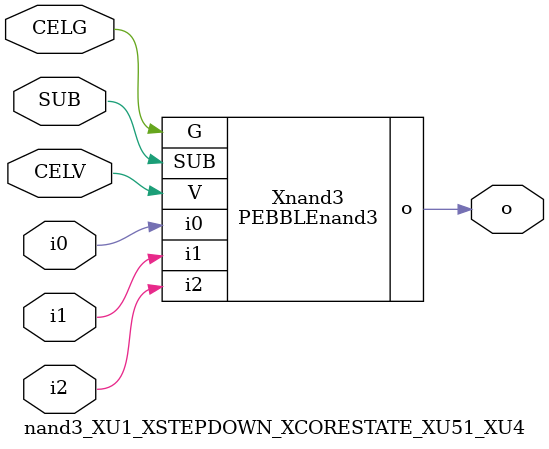
<source format=v>



module PEBBLEnand3 ( o, G, SUB, V, i0, i1, i2 );

  input i0;
  input V;
  input i2;
  input i1;
  input G;
  output o;
  input SUB;
endmodule

//Celera Confidential Do Not Copy nand3_XU1_XSTEPDOWN_XCORESTATE_XU51_XU4
//Celera Confidential Symbol Generator
//5V Inverter
module nand3_XU1_XSTEPDOWN_XCORESTATE_XU51_XU4 (CELV,CELG,i0,i1,i2,o,SUB);
input CELV;
input CELG;
input i0;
input i1;
input i2;
input SUB;
output o;

//Celera Confidential Do Not Copy nand3
PEBBLEnand3 Xnand3(
.V (CELV),
.i0 (i0),
.i1 (i1),
.i2 (i2),
.o (o),
.SUB (SUB),
.G (CELG)
);
//,diesize,PEBBLEnand3

//Celera Confidential Do Not Copy Module End
//Celera Schematic Generator
endmodule

</source>
